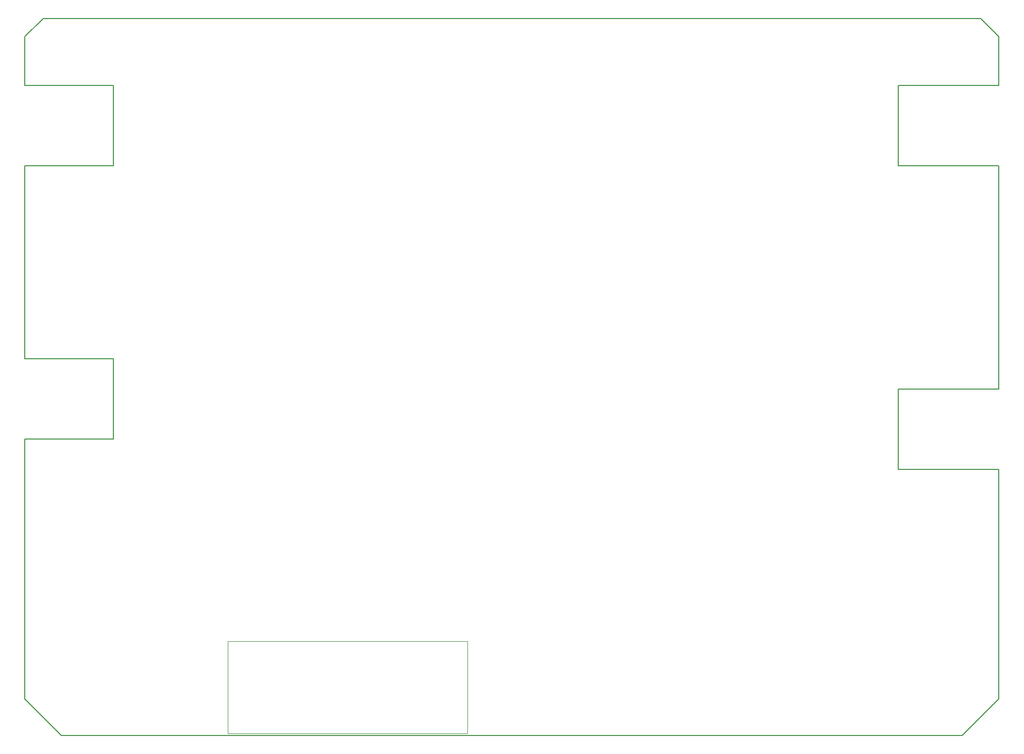
<source format=gko>
G75*
G70*
%OFA0B0*%
%FSLAX25Y25*%
%IPPOS*%
%LPD*%
%AMOC8*
5,1,8,0,0,1.08239X$1,22.5*
%
%ADD10C,0.00787*%
%ADD198C,0.00079*%
X0000000Y0000000D02*
%LPD*%
G01*
D10*
X0057087Y0191960D02*
X0057087Y0243929D01*
X0564961Y0172275D02*
X0629921Y0172275D01*
X0629921Y0369126D02*
X0629921Y0224244D01*
X0000000Y0369126D02*
X0057087Y0369126D01*
X0618110Y0464401D02*
X0629921Y0452590D01*
X0000000Y0191960D02*
X0057087Y0191960D01*
X0057087Y0369126D02*
X0057087Y0421094D01*
X0629921Y0452590D02*
X0629921Y0421094D01*
X0000000Y0243929D02*
X0000000Y0369126D01*
X0564961Y0421094D02*
X0564961Y0369126D01*
X0564961Y0369126D02*
X0629921Y0369126D01*
X0011811Y0464401D02*
X0618110Y0464401D01*
X0057087Y0421094D02*
X0000000Y0421094D01*
X0629921Y0172275D02*
X0629921Y0023622D01*
X0057087Y0243929D02*
X0000000Y0243929D01*
X0629921Y0023622D02*
X0606299Y0000000D01*
X0000000Y0023622D02*
X0000000Y0191960D01*
X0564961Y0224244D02*
X0564961Y0172275D01*
X0629921Y0224244D02*
X0564961Y0224244D01*
X0629921Y0421094D02*
X0564961Y0421094D01*
X0023622Y0000000D02*
X0000000Y0023622D01*
X0000000Y0421094D02*
X0000000Y0452590D01*
X0606299Y0000000D02*
X0023622Y0000000D01*
X0000000Y0452590D02*
X0011811Y0464401D01*
X0001220Y0091280D02*
G01*
G75*
X0478055Y0126075D02*
G01*
G75*
X0286224Y0060917D02*
%LPD*%
G01*
D198*
X0286224Y0060917D02*
X0131303Y0060917D01*
X0131303Y0060917D02*
X0131303Y0001468D01*
X0131303Y0001468D02*
X0286224Y0001468D01*
X0286224Y0001468D02*
X0286224Y0060917D01*
X0339128Y0029100D02*
G01*
G75*
X0499561Y0030061D02*
G01*
G75*
X0332681Y0344592D02*
G01*
G75*
X0459354Y0313386D02*
G01*
G75*
X0003055Y0173466D02*
G01*
G75*
X0233173Y0337251D02*
G01*
G75*
X0501677Y0183602D02*
G01*
G75*
X0459748Y0228043D02*
G01*
G75*
X0003055Y0154766D02*
G01*
G75*
X0503990Y0004854D02*
G01*
G75*
M02*

</source>
